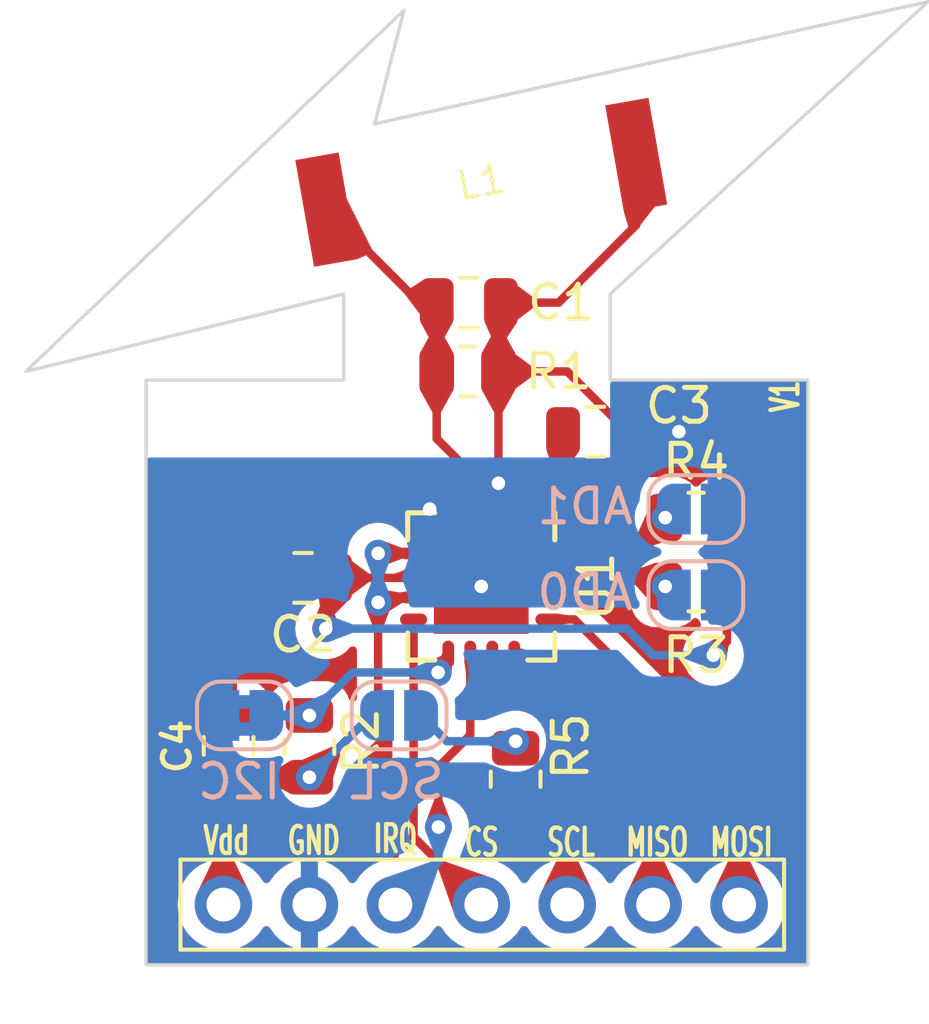
<source format=kicad_pcb>
(kicad_pcb (version 20221018) (generator pcbnew)
  (layers (0 "F.Cu" signal) (31 "B.Cu" signal) (34 "B.Paste" user) (35 "F.Paste" user) (36 "B.SilkS" user "B.Silkscreen") (37 "F.SilkS" user "F.Silkscreen") (38 "B.Mask" user) (39 "F.Mask" user) (44 "Edge.Cuts" user))
  (net 0 "")
  (net 1 "IN+")
  (net 2 "GND")
  (net 3 "VReg")
  (net 4 "ACG")
  (net 5 "Vdd")
  (net 6 "MISO")
  (net 7 "MOSI")
  (net 8 "SCL")
  (net 9 "CS")
  (net 10 "IRQ")
  (net 11 "SI")
  (net 12 "AD0")
  (net 13 "AD1")
  (net 14 "Net-(JP4-B)")
  (footprint "Resistor_SMD:R_0805_2012Metric" (layer "F.Cu") (at 163.322 95.25)
    (fp_text reference "R4" (at 0 -1.65) (layer "F.SilkS"))
    (fp_text value "10k")
    (fp_line (start -0.227064 -0.735) (end 0.227064 -0.735) (stroke (width 0.12)) (layer "F.SilkS"))
    (fp_line (start -0.227064 0.735) (end 0.227064 0.735) (stroke (width 0.12)) (layer "F.SilkS"))
    (pad "1" smd roundrect (at -0.9125 0) (size 1.025 1.4) (layers "F.Cu" "F.Paste" "F.Mask") (roundrect_rratio 0.243902439) (net 13 "AD1"))
    (pad "2" smd roundrect (at 0.9125 0) (size 1.025 1.4) (layers "F.Cu" "F.Paste" "F.Mask") (roundrect_rratio 0.243902439) (net 3 "VReg"))
  )
  (footprint "Resistor_SMD:R_0805_2012Metric" (layer "F.Cu") (at 157.988 102.9735 90)
    (fp_text reference "R5" (at 0.9671 1.6256 90) (layer "F.SilkS"))
    (fp_text value "10k")
    (fp_line (start -0.227064 -0.735) (end 0.227064 -0.735) (stroke (width 0.12)) (layer "F.SilkS"))
    (fp_line (start -0.227064 0.735) (end 0.227064 0.735) (stroke (width 0.12)) (layer "F.SilkS"))
    (pad "1" smd roundrect (at -0.9125 0 90) (size 1.025 1.4) (layers "F.Cu" "F.Paste" "F.Mask") (roundrect_rratio 0.243902439) (net 8 "SCL"))
    (pad "2" smd roundrect (at 0.9125 0 90) (size 1.025 1.4) (layers "F.Cu" "F.Paste" "F.Mask") (roundrect_rratio 0.243902439) (net 14 "Net-(JP4-B)"))
  )
  (footprint "Capacitor_SMD:C_0805_2012Metric" (layer "F.Cu") (at 160.34 92.71)
    (fp_text reference "C3" (at 2.474 -0.762) (layer "F.SilkS"))
    (fp_text value "10uF")
    (fp_line (start -0.261252 -0.735) (end 0.261252 -0.735) (stroke (width 0.12)) (layer "F.SilkS"))
    (fp_line (start -0.261252 0.735) (end 0.261252 0.735) (stroke (width 0.12)) (layer "F.SilkS"))
    (pad "1" smd roundrect (at -0.95 0) (size 1 1.45) (layers "F.Cu" "F.Paste" "F.Mask") (net 4 "ACG"))
    (pad "2" smd roundrect (at 0.95 0) (size 1 1.45) (layers "F.Cu" "F.Paste" "F.Mask") (net 2 "GND"))
  )
  (footprint "Capacitor_SMD:C_0805_2012Metric" (layer "F.Cu") (at 151.704 97.028 180)
    (fp_text reference "C2" (at 0 -1.68) (layer "F.SilkS"))
    (fp_text value "1uF")
    (fp_line (start -0.261252 -0.735) (end 0.261252 -0.735) (stroke (width 0.12)) (layer "F.SilkS"))
    (fp_line (start -0.261252 0.735) (end 0.261252 0.735) (stroke (width 0.12)) (layer "F.SilkS"))
    (pad "1" smd roundrect (at -0.95 0 180) (size 1 1.45) (layers "F.Cu" "F.Paste" "F.Mask") (net 3 "VReg"))
    (pad "2" smd roundrect (at 0.95 0 180) (size 1 1.45) (layers "F.Cu" "F.Paste" "F.Mask") (net 2 "GND"))
  )
  (footprint "Package_DFN_QFN:MLPQ-16-1EP_4x4mm_P0.65mm_EP2.8x2.8mm" (layer "F.Cu") (at 156.972 97.282 -90)
    (fp_text reference "U1" (at 0 -3.4 90) (layer "F.SilkS"))
    (fp_text value "AS3935")
    (fp_line (start -2.175 -2.175) (end -1.375 -2.175) (stroke (width 0.15)) (layer "F.SilkS"))
    (fp_line (start -2.175 2.175) (end -2.175 1.375) (stroke (width 0.15)) (layer "F.SilkS"))
    (fp_line (start -2.175 2.175) (end -1.375 2.175) (stroke (width 0.15)) (layer "F.SilkS"))
    (fp_line (start 2.175 -2.175) (end 1.375 -2.175) (stroke (width 0.15)) (layer "F.SilkS"))
    (fp_line (start 2.175 -2.175) (end 2.175 -1.375) (stroke (width 0.15)) (layer "F.SilkS"))
    (fp_line (start 2.175 2.175) (end 1.375 2.175) (stroke (width 0.15)) (layer "F.SilkS"))
    (fp_line (start 2.175 2.175) (end 2.175 1.375) (stroke (width 0.15)) (layer "F.SilkS"))
    (pad "" smd oval (at 0.325 -2) (size 0.8 0.35) (layers "F.Cu" "F.Paste" "F.Mask"))
    (pad "1" smd oval (at -2 -0.975 270) (size 0.8 0.35) (layers "F.Cu" "F.Paste" "F.Mask") (net 4 "ACG"))
    (pad "2" smd oval (at -2 -0.325 270) (size 0.8 0.35) (layers "F.Cu" "F.Paste" "F.Mask") (net 2 "GND"))
    (pad "3" smd oval (at -2 0.325 270) (size 0.8 0.35) (layers "F.Cu" "F.Paste" "F.Mask") (net 1 "IN+"))
    (pad "4" smd oval (at -2 0.975 270) (size 0.8 0.35) (layers "F.Cu" "F.Paste" "F.Mask") (net 2 "GND"))
    (pad "5" smd oval (at -0.975 2) (size 0.8 0.35) (layers "F.Cu" "F.Paste" "F.Mask") (net 5 "Vdd"))
    (pad "6" smd oval (at -0.325 2) (size 0.8 0.35) (layers "F.Cu" "F.Paste" "F.Mask") (net 3 "VReg"))
    (pad "7" smd oval (at 0.325 2) (size 0.8 0.35) (layers "F.Cu" "F.Paste" "F.Mask") (net 5 "Vdd"))
    (pad "8" smd oval (at 0.975 2) (size 0.8 0.35) (layers "F.Cu" "F.Paste" "F.Mask") (net 9 "CS"))
    (pad "9" smd oval (at 2 0.975 270) (size 0.8 0.35) (layers "F.Cu" "F.Paste" "F.Mask") (net 11 "SI"))
    (pad "10" smd oval (at 2 0.325 270) (size 0.8 0.35) (layers "F.Cu" "F.Paste" "F.Mask") (net 10 "IRQ"))
    (pad "11" smd oval (at 2 -0.325 270) (size 0.8 0.35) (layers "F.Cu" "F.Paste" "F.Mask") (net 8 "SCL"))
    (pad "12" smd oval (at 2 -0.975 270) (size 0.8 0.35) (layers "F.Cu" "F.Paste" "F.Mask") (net 6 "MISO"))
    (pad "13" smd oval (at 0.975 -2) (size 0.8 0.35) (layers "F.Cu" "F.Paste" "F.Mask") (net 7 "MOSI"))
    (pad "15" smd oval (at -0.325 -2) (size 0.8 0.35) (layers "F.Cu" "F.Paste" "F.Mask") (net 12 "AD0"))
    (pad "16" smd oval (at -0.975 -2) (size 0.8 0.35) (layers "F.Cu" "F.Paste" "F.Mask") (net 13 "AD1"))
    (pad "17" smd rect (at 0 0 270) (size 2.8 2.8) (layers "F.Cu" "F.Mask") (net 2 "GND"))
  )
  (footprint "Resistor_SMD:R_0805_2012Metric" (layer "F.Cu") (at 151.892 102.0045 -90)
    (fp_text reference "R2" (at -0.1505 -1.524 90) (layer "F.SilkS"))
    (fp_text value "10k")
    (fp_line (start -0.227064 -0.735) (end 0.227064 -0.735) (stroke (width 0.12)) (layer "F.SilkS"))
    (fp_line (start -0.227064 0.735) (end 0.227064 0.735) (stroke (width 0.12)) (layer "F.SilkS"))
    (pad "1" smd roundrect (at -0.9125 0 270) (size 1.025 1.4) (layers "F.Cu" "F.Paste" "F.Mask") (roundrect_rratio 0.243902439) (net 11 "SI"))
    (pad "2" smd roundrect (at 0.9125 0 270) (size 1.025 1.4) (layers "F.Cu" "F.Paste" "F.Mask") (roundrect_rratio 0.243902439) (net 5 "Vdd"))
  )
  (footprint "Capacitor_SMD:C_0805_2012Metric" (layer "F.Cu") (at 149.5044 101.9912 90)
    (fp_text reference "C4" (at -0.0152 -1.524 90) (layer "F.SilkS") (effects (font (size 0.8 0.8))))
    (fp_text value "1uF")
    (fp_line (start -0.261252 -0.735) (end 0.261252 -0.735) (stroke (width 0.12)) (layer "F.SilkS"))
    (fp_line (start -0.261252 0.735) (end 0.261252 0.735) (stroke (width 0.12)) (layer "F.SilkS"))
    (pad "1" smd roundrect (at -0.95 0 90) (size 1 1.45) (layers "F.Cu" "F.Paste" "F.Mask") (net 5 "Vdd"))
    (pad "2" smd roundrect (at 0.95 0 90) (size 1 1.45) (layers "F.Cu" "F.Paste" "F.Mask") (net 2 "GND"))
  )
  (footprint "Resistor_SMD:R_0805_2012Metric" (layer "F.Cu") (at 156.5675 90.932)
    (fp_text reference "R1" (at 2.6905 0) (layer "F.SilkS"))
    (fp_text value "10k")
    (fp_line (start -0.227064 -0.735) (end 0.227064 -0.735) (stroke (width 0.12)) (layer "F.SilkS"))
    (fp_line (start -0.227064 0.735) (end 0.227064 0.735) (stroke (width 0.12)) (layer "F.SilkS"))
    (pad "1" smd roundrect (at -0.9125 0) (size 1.025 1.4) (layers "F.Cu" "F.Paste" "F.Mask") (roundrect_rratio 0.243902439) (net 1 "IN+"))
    (pad "2" smd roundrect (at 0.9125 0) (size 1.025 1.4) (layers "F.Cu" "F.Paste" "F.Mask") (roundrect_rratio 0.243902439) (net 2 "GND"))
  )
  (footprint "MA5532:MA5532-AE" (layer "F.Cu") (at 156.972 85.344 10)
    (property "VALUE" "100uH")
    (fp_text reference "L1" (at 0 0 10) (layer "F.SilkS") (effects (font (size 0.8 0.8) (thickness 0.1))))
    (fp_text value "MA5532-AE")
    (pad "1" smd rect (at -4.65 0 190) (size 1.3 3.2004) (layers "F.Cu" "F.Paste" "F.Mask") (net 1 "IN+"))
    (pad "2" smd rect (at 4.65 0 190) (size 1.3 3.2004) (layers "F.Cu" "F.Paste" "F.Mask") (net 2 "GND"))
  )
  (footprint "Connector_PinHeader_2.54mm:PinHeader_1x07_P2.54mm_Vertical" (layer "F.Cu") (at 149.352 106.68 90)
    (fp_text reference "J1" hide)
    (fp_text value "Headers")
    (fp_line (start -1.33 -1.27) (end -1.33 16.57) (stroke (width 0.12)) (layer "F.SilkS"))
    (fp_line (start -1.33 -1.27) (end 1.33 -1.27) (stroke (width 0.12)) (layer "F.SilkS"))
    (fp_line (start -1.33 16.57) (end 1.33 16.57) (stroke (width 0.12)) (layer "F.SilkS"))
    (fp_line (start 1.33 -1.27) (end 1.33 16.57) (stroke (width 0.12)) (layer "F.SilkS"))
    (pad "1" thru_hole oval (at 0 0 90) (size 1.7 1.7) (drill 1) (layers "*.Cu" "*.Mask") (net 5 "Vdd"))
    (pad "2" thru_hole oval (at 0 2.54 90) (size 1.7 1.7) (drill 1) (layers "*.Cu" "*.Mask") (net 2 "GND"))
    (pad "3" thru_hole oval (at 0 5.08 90) (size 1.7 1.7) (drill 1) (layers "*.Cu" "*.Mask") (net 10 "IRQ"))
    (pad "4" thru_hole oval (at 0 7.62 90) (size 1.7 1.7) (drill 1) (layers "*.Cu" "*.Mask") (net 9 "CS"))
    (pad "5" thru_hole oval (at 0 10.16 90) (size 1.7 1.7) (drill 1) (layers "*.Cu" "*.Mask") (net 8 "SCL"))
    (pad "6" thru_hole oval (at 0 12.7 90) (size 1.7 1.7) (drill 1) (layers "*.Cu" "*.Mask") (net 6 "MISO"))
    (pad "7" thru_hole oval (at 0 15.24 90) (size 1.7 1.7) (drill 1) (layers "*.Cu" "*.Mask") (net 7 "MOSI"))
  )
  (footprint "Resistor_SMD:R_0805_2012Metric" (layer "F.Cu") (at 163.322 97.282)
    (fp_text reference "R3" (at 0 2.032) (layer "F.SilkS"))
    (fp_text value "10k")
    (fp_line (start -0.227064 -0.735) (end 0.227064 -0.735) (stroke (width 0.12)) (layer "F.SilkS"))
    (fp_line (start -0.227064 0.735) (end 0.227064 0.735) (stroke (width 0.12)) (layer "F.SilkS"))
    (pad "1" smd roundrect (at -0.9125 0) (size 1.025 1.4) (layers "F.Cu" "F.Paste" "F.Mask") (roundrect_rratio 0.243902439) (net 12 "AD0"))
    (pad "2" smd roundrect (at 0.9125 0) (size 1.025 1.4) (layers "F.Cu" "F.Paste" "F.Mask") (roundrect_rratio 0.243902439) (net 3 "VReg"))
  )
  (footprint "Capacitor_SMD:C_0805_2012Metric" (layer "F.Cu") (at 156.605 88.9)
    (fp_text reference "C1" (at 2.728 0) (layer "F.SilkS"))
    (fp_text value "1nF")
    (fp_line (start -0.261252 -0.735) (end 0.261252 -0.735) (stroke (width 0.12)) (layer "F.SilkS"))
    (fp_line (start -0.261252 0.735) (end 0.261252 0.735) (stroke (width 0.12)) (layer "F.SilkS"))
    (pad "1" smd roundrect (at -0.95 0) (size 1 1.45) (layers "F.Cu" "F.Paste" "F.Mask") (net 1 "IN+"))
    (pad "2" smd roundrect (at 0.95 0) (size 1 1.45) (layers "F.Cu" "F.Paste" "F.Mask") (net 2 "GND"))
  )
  (footprint "Jumper:SolderJumper-2_P1.3mm_Bridged2Bar_RoundedPad1.0x1.5mm" (layer "B.Cu") (at 149.972 101.092)
    (fp_text reference "JP1" hide)
    (fp_text value "SI Bridge")
    (fp_poly (pts (xy -0.25 -0.2) (xy 0.25 -0.2) (xy 0.25 -0.6) (xy -0.25 -0.6)) (fill solid) (layer "B.Cu"))
    (fp_poly (pts (xy -0.25 0.6) (xy 0.25 0.6) (xy 0.25 0.2) (xy -0.25 0.2)) (fill solid) (layer "B.Cu"))
    (fp_line (start -1.4 -0.3) (end -1.4 0.3) (stroke (width 0.12)) (layer "B.SilkS"))
    (fp_line (start -0.7 1) (end 0.7 1) (stroke (width 0.12)) (layer "B.SilkS"))
    (fp_line (start 0.7 -1) (end -0.7 -1) (stroke (width 0.12)) (layer "B.SilkS"))
    (fp_line (start 1.4 0.3) (end 1.4 -0.3) (stroke (width 0.12)) (layer "B.SilkS"))
    (fp_arc (start -1.4 -0.3) (mid -1.194975 -0.794975) (end -0.7 -1) (stroke (width 0.12)) (layer "B.SilkS"))
    (fp_arc (start -0.7 1) (mid -1.194975 0.794975) (end -1.4 0.3) (stroke (width 0.12)) (layer "B.SilkS"))
    (fp_arc (start 0.7 -1) (mid 1.194975 -0.794975) (end 1.4 -0.3) (stroke (width 0.12)) (layer "B.SilkS"))
    (fp_arc (start 1.4 0.3) (mid 1.194975 0.794975) (end 0.7 1) (stroke (width 0.12)) (layer "B.SilkS"))
    (pad "1" smd custom (at -0.65 0) (size 1 0.5) (layers "B.Cu" "B.Mask") (net 2 "GND") (options (clearance outline) (anchor rect)) (primitives (gr_circle (center 0 -0.25) (end 0.5 -0.25) (width 0) (fill yes)) (gr_circle (center 0 0.25) (end 0.5 0.25) (width 0) (fill yes)) (gr_poly (pts (xy 0.5 -0.75) (xy 0 -0.75) (xy 0 0.75) (xy 0.5 0.75)) (width 0) (fill yes))))
    (pad "2" smd custom (at 0.65 0) (size 1 0.5) (layers "B.Cu" "B.Mask") (net 11 "SI") (options (clearance outline) (anchor rect)) (primitives (gr_circle (center 0 -0.25) (end 0.5 -0.25) (width 0) (fill yes)) (gr_circle (center 0 0.25) (end 0.5 0.25) (width 0) (fill yes)) (gr_poly (pts (xy 0 -0.75) (xy -0.5 -0.75) (xy -0.5 0.75) (xy 0 0.75)) (width 0) (fill yes))))
  )
  (footprint "Jumper:SolderJumper-2_P1.3mm_Open_RoundedPad1.0x1.5mm" (layer "B.Cu") (at 163.3135 97.536)
    (fp_text reference "JP2" hide)
    (fp_text value "AD0 Bridge")
    (fp_line (start -1.4 -0.3) (end -1.4 0.3) (stroke (width 0.12)) (layer "B.SilkS"))
    (fp_line (start -0.7 1) (end 0.7 1) (stroke (width 0.12)) (layer "B.SilkS"))
    (fp_line (start 0.7 -1) (end -0.7 -1) (stroke (width 0.12)) (layer "B.SilkS"))
    (fp_line (start 1.4 0.3) (end 1.4 -0.3) (stroke (width 0.12)) (layer "B.SilkS"))
    (fp_arc (start -1.4 -0.3) (mid -1.194975 -0.794975) (end -0.7 -1) (stroke (width 0.12)) (layer "B.SilkS"))
    (fp_arc (start -0.7 1) (mid -1.194975 0.794975) (end -1.4 0.3) (stroke (width 0.12)) (layer "B.SilkS"))
    (fp_arc (start 0.7 -1) (mid 1.194975 -0.794975) (end 1.4 -0.3) (stroke (width 0.12)) (layer "B.SilkS"))
    (fp_arc (start 1.4 0.3) (mid 1.194975 0.794975) (end 0.7 1) (stroke (width 0.12)) (layer "B.SilkS"))
    (pad "1" smd custom (at -0.65 0) (size 1 0.5) (layers "B.Cu" "B.Mask") (net 12 "AD0") (options (clearance outline) (anchor rect)) (primitives (gr_circle (center 0 -0.25) (end 0.5 -0.25) (width 0) (fill yes)) (gr_circle (center 0 0.25) (end 0.5 0.25) (width 0) (fill yes)) (gr_poly (pts (xy 0.5 -0.75) (xy 0 -0.75) (xy 0 0.75) (xy 0.5 0.75)) (width 0) (fill yes))))
    (pad "2" smd custom (at 0.65 0) (size 1 0.5) (layers "B.Cu" "B.Mask") (net 2 "GND") (options (clearance outline) (anchor rect)) (primitives (gr_circle (center 0 -0.25) (end 0.5 -0.25) (width 0) (fill yes)) (gr_circle (center 0 0.25) (end 0.5 0.25) (width 0) (fill yes)) (gr_poly (pts (xy 0 -0.75) (xy -0.5 -0.75) (xy -0.5 0.75) (xy 0 0.75)) (width 0) (fill yes))))
  )
  (footprint "Jumper:SolderJumper-2_P1.3mm_Open_RoundedPad1.0x1.5mm" (layer "B.Cu") (at 154.544 101.092)
    (fp_text reference "JP4" hide)
    (fp_text value "SCL Bridge")
    (fp_line (start -1.4 -0.3) (end -1.4 0.3) (stroke (width 0.12)) (layer "B.SilkS"))
    (fp_line (start -0.7 1) (end 0.7 1) (stroke (width 0.12)) (layer "B.SilkS"))
    (fp_line (start 0.7 -1) (end -0.7 -1) (stroke (width 0.12)) (layer "B.SilkS"))
    (fp_line (start 1.4 0.3) (end 1.4 -0.3) (stroke (width 0.12)) (layer "B.SilkS"))
    (fp_arc (start -1.4 -0.3) (mid -1.194975 -0.794975) (end -0.7 -1) (stroke (width 0.12)) (layer "B.SilkS"))
    (fp_arc (start -0.7 1) (mid -1.194975 0.794975) (end -1.4 0.3) (stroke (width 0.12)) (layer "B.SilkS"))
    (fp_arc (start 0.7 -1) (mid 1.194975 -0.794975) (end 1.4 -0.3) (stroke (width 0.12)) (layer "B.SilkS"))
    (fp_arc (start 1.4 0.3) (mid 1.194975 0.794975) (end 0.7 1) (stroke (width 0.12)) (layer "B.SilkS"))
    (pad "1" smd custom (at -0.65 0) (size 1 0.5) (layers "B.Cu" "B.Mask") (net 5 "Vdd") (options (clearance outline) (anchor rect)) (primitives (gr_circle (center 0 -0.25) (end 0.5 -0.25) (width 0) (fill yes)) (gr_circle (center 0 0.25) (end 0.5 0.25) (width 0) (fill yes)) (gr_poly (pts (xy 0.5 -0.75) (xy 0 -0.75) (xy 0 0.75) (xy 0.5 0.75)) (width 0) (fill yes))))
    (pad "2" smd custom (at 0.65 0) (size 1 0.5) (layers "B.Cu" "B.Mask") (net 14 "Net-(JP4-B)") (options (clearance outline) (anchor rect)) (primitives (gr_circle (center 0 -0.25) (end 0.5 -0.25) (width 0) (fill yes)) (gr_circle (center 0 0.25) (end 0.5 0.25) (width 0) (fill yes)) (gr_poly (pts (xy 0 -0.75) (xy -0.5 -0.75) (xy -0.5 0.75) (xy 0 0.75)) (width 0) (fill yes))))
  )
  (footprint "Jumper:SolderJumper-2_P1.3mm_Open_RoundedPad1.0x1.5mm" (layer "B.Cu") (at 163.3135 94.996)
    (fp_text reference "JP3" hide)
    (fp_text value "AD1 Bridge")
    (fp_line (start -1.4 -0.3) (end -1.4 0.3) (stroke (width 0.12)) (layer "B.SilkS"))
    (fp_line (start -0.7 1) (end 0.7 1) (stroke (width 0.12)) (layer "B.SilkS"))
    (fp_line (start 0.7 -1) (end -0.7 -1) (stroke (width 0.12)) (layer "B.SilkS"))
    (fp_line (start 1.4 0.3) (end 1.4 -0.3) (stroke (width 0.12)) (layer "B.SilkS"))
    (fp_arc (start -1.4 -0.3) (mid -1.194975 -0.794975) (end -0.7 -1) (stroke (width 0.12)) (layer "B.SilkS"))
    (fp_arc (start -0.7 1) (mid -1.194975 0.794975) (end -1.4 0.3) (stroke (width 0.12)) (layer "B.SilkS"))
    (fp_arc (start 0.7 -1) (mid 1.194975 -0.794975) (end 1.4 -0.3) (stroke (width 0.12)) (layer "B.SilkS"))
    (fp_arc (start 1.4 0.3) (mid 1.194975 0.794975) (end 0.7 1) (stroke (width 0.12)) (layer "B.SilkS"))
    (pad "1" smd custom (at -0.65 0) (size 1 0.5) (layers "B.Cu" "B.Mask") (net 13 "AD1") (options (clearance outline) (anchor rect)) (primitives (gr_circle (center 0 -0.25) (end 0.5 -0.25) (width 0) (fill yes)) (gr_circle (center 0 0.25) (end 0.5 0.25) (width 0) (fill yes)) (gr_poly (pts (xy 0.5 -0.75) (xy 0 -0.75) (xy 0 0.75) (xy 0.5 0.75)) (width 0) (fill yes))))
    (pad "2" smd custom (at 0.65 0) (size 1 0.5) (layers "B.Cu" "B.Mask") (net 2 "GND") (options (clearance outline) (anchor rect)) (primitives (gr_circle (center 0 -0.25) (end 0.5 -0.25) (width 0) (fill yes)) (gr_circle (center 0 0.25) (end 0.5 0.25) (width 0) (fill yes)) (gr_poly (pts (xy 0 -0.75) (xy -0.5 -0.75) (xy -0.5 0.75) (xy 0 0.75)) (width 0) (fill yes))))
  )
  (gr_line (start 154.686 80.264) (end 153.8224 83.6168) (stroke (width 0.1)) (layer "Edge.Cuts"))
  (gr_line (start 147.066 91.186) (end 147.066 108.458) (stroke (width 0.1)) (layer "Edge.Cuts"))
  (gr_line (start 152.908 91.186) (end 152.908 88.646) (stroke (width 0.1)) (layer "Edge.Cuts"))
  (gr_line (start 152.908 91.186) (end 147.066 91.186) (stroke (width 0.1)) (layer "Edge.Cuts"))
  (gr_line (start 160.782 91.186) (end 160.782 88.646) (stroke (width 0.1)) (layer "Edge.Cuts"))
  (gr_line (start 147.066 108.458) (end 166.624 108.458) (stroke (width 0.1)) (layer "Edge.Cuts"))
  (gr_line (start 153.8224 83.6168) (end 170.18 80.01) (stroke (width 0.1)) (layer "Edge.Cuts"))
  (gr_line (start 143.51 90.932) (end 154.686 80.264) (stroke (width 0.1)) (layer "Edge.Cuts"))
  (gr_line (start 152.908 88.646) (end 143.51 90.932) (stroke (width 0.1)) (layer "Edge.Cuts"))
  (gr_line (start 166.624 108.458) (end 166.624 91.186) (stroke (width 0.1)) (layer "Edge.Cuts"))
  (gr_line (start 166.624 91.186) (end 160.782 91.186) (stroke (width 0.1)) (layer "Edge.Cuts"))
  (gr_line (start 170.18 80.01) (end 160.782 88.646) (stroke (width 0.1)) (layer "Edge.Cuts"))
  (gr_text "SCL" (at 155.956 103.632) (layer "B.SilkS") (effects (font (size 1 1)) (justify left bottom mirror)))
  (gr_text "AD0" (at 161.544 98.044) (layer "B.SilkS") (effects (font (size 1 1)) (justify left bottom mirror)))
  (gr_text "I2C" (at 151.13 103.632) (layer "B.SilkS") (effects (font (size 1 1)) (justify left bottom mirror)))
  (gr_text "AD1" (at 161.544 95.504) (layer "B.SilkS") (effects (font (size 1 1)) (justify left bottom mirror)))
  (gr_text "CS" (at 156.4132 105.3084) (layer "F.SilkS") (effects (font (size 0.8 0.5) (thickness 0.125)) (justify left bottom)))
  (gr_text "MISO" (at 161.1884 105.3084) (layer "F.SilkS") (effects (font (size 0.8 0.5) (thickness 0.125)) (justify left bottom)))
  (gr_text "SCL" (at 158.8516 105.3084) (layer "F.SilkS") (effects (font (size 0.8 0.5) (thickness 0.125)) (justify left bottom)))
  (gr_text "GND" (at 151.1808 105.2576) (layer "F.SilkS") (effects (font (size 0.8 0.5) (thickness 0.125)) (justify left bottom)))
  (gr_text "IRQ" (at 153.7208 105.2068) (layer "F.SilkS") (effects (font (size 0.8 0.5) (thickness 0.125)) (justify left bottom)))
  (gr_text "MOSI" (at 163.6776 105.3084) (layer "F.SilkS") (effects (font (size 0.8 0.5) (thickness 0.125)) (justify left bottom)))
  (gr_text "Vdd" (at 148.6916 105.2576) (layer "F.SilkS") (effects (font (size 0.8 0.5) (thickness 0.125)) (justify left bottom)))
  (gr_text "V1" (at 166.4208 92.202 90) (layer "F.SilkS") (effects (font (size 0.8 0.5) (thickness 0.125)) (justify left bottom)))
  (segment (start 152.392644 86.151464) (end 155.14118 88.9) (width 0.25) (layer "F.Cu") (net 1))
  (segment (start 155.655 92.917) (end 156.647 93.909) (width 0.25) (layer "F.Cu") (net 1))
  (segment (start 155.655 90.932) (end 155.655 92.917) (width 0.25) (layer "F.Cu") (net 1))
  (segment (start 155.655 90.932) (end 155.655 88.9) (width 0.25) (layer "F.Cu") (net 1))
  (segment (start 155.14118 88.9) (end 155.655 88.9) (width 0.25) (layer "F.Cu") (net 1))
  (segment (start 156.647 93.909) (end 156.647 95.282) (width 0.25) (layer "F.Cu") (net 1))
  (segment (start 159.258 88.9) (end 157.555 88.9) (width 0.25) (layer "F.Cu") (net 2))
  (segment (start 157.48 90.932) (end 159.512 90.932) (width 0.25) (layer "F.Cu") (net 2))
  (segment (start 157.48 90.932) (end 157.48 88.975) (width 0.25) (layer "F.Cu") (net 2))
  (segment (start 157.297 94.417) (end 157.48 94.234) (width 0.25) (layer "F.Cu") (net 2))
  (segment (start 155.734 95.282) (end 155.448 94.996) (width 0.25) (layer "F.Cu") (net 2))
  (segment (start 161.551356 86.606644) (end 159.258 88.9) (width 0.25) (layer "F.Cu") (net 2))
  (segment (start 157.297 95.282) (end 157.297 94.417) (width 0.25) (layer "F.Cu") (net 2))
  (segment (start 157.48 88.975) (end 157.555 88.9) (width 0.25) (layer "F.Cu") (net 2))
  (segment (start 159.512 90.932) (end 161.29 92.71) (width 0.25) (layer "F.Cu") (net 2))
  (segment (start 157.48 94.234) (end 157.48 90.932) (width 0.25) (layer "F.Cu") (net 2))
  (segment (start 161.551356 84.536536) (end 161.551356 86.606644) (width 0.25) (layer "F.Cu") (net 2))
  (segment (start 155.997 95.282) (end 155.734 95.282) (width 0.25) (layer "F.Cu") (net 2))
  (segment (start 161.29 92.71) (end 162.814 92.71) (width 0.25) (layer "F.Cu") (net 2))
  (via (at 157.48 94.234) (size 0.8) (drill 0.4) (layers "F.Cu" "B.Cu") (net 2))
  (via (at 162.814 92.71) (size 0.8) (drill 0.4) (layers "F.Cu" "B.Cu") (net 2))
  (via (at 155.448 94.996) (size 0.8) (drill 0.4) (layers "F.Cu" "B.Cu") (net 2))
  (via (at 156.972 97.282) (size 0.8) (drill 0.4) (layers "F.Cu" "B.Cu") (net 2))
  (segment (start 162.814 92.71) (end 163.322 92.71) (width 0.25) (layer "B.Cu") (net 2))
  (segment (start 157.48 94.234) (end 157.734 94.488) (width 0.25) (layer "B.Cu") (net 2))
  (segment (start 164.2345 97.282) (end 164.2345 98.9095) (width 0.25) (layer "F.Cu") (net 3))
  (segment (start 164.2345 95.25) (end 164.2345 97.282) (width 0.25) (layer "F.Cu") (net 3))
  (segment (start 152.376201 98.528201) (end 152.376201 97.305799) (width 0.25) (layer "F.Cu") (net 3))
  (segment (start 152.654 97.028) (end 154.901 97.028) (width 0.25) (layer "F.Cu") (net 3))
  (segment (start 164.2345 98.9095) (end 163.83 99.314) (width 0.25) (layer "F.Cu") (net 3))
  (segment (start 154.901 97.028) (end 154.972 96.957) (width 0.25) (layer "F.Cu") (net 3))
  (segment (start 152.376201 97.305799) (end 152.654 97.028) (width 0.25) (layer "F.Cu") (net 3))
  (via (at 152.376201 98.528201) (size 0.8) (drill 0.4) (layers "F.Cu" "B.Cu") (net 3))
  (via (at 163.83 99.314) (size 0.8) (drill 0.4) (layers "F.Cu" "B.Cu") (net 3))
  (segment (start 162.052 99.314) (end 163.83 99.314) (width 0.25) (layer "B.Cu") (net 3))
  (segment (start 161.266201 98.528201) (end 162.052 99.314) (width 0.25) (layer "B.Cu") (net 3))
  (segment (start 152.376201 98.528201) (end 161.266201 98.528201) (width 0.25) (layer "B.Cu") (net 3))
  (segment (start 158.21 95.282) (end 159.258 94.234) (width 0.25) (layer "F.Cu") (net 4))
  (segment (start 159.258 92.842) (end 159.39 92.71) (width 0.25) (layer "F.Cu") (net 4))
  (segment (start 159.258 94.234) (end 159.258 92.842) (width 0.25) (layer "F.Cu") (net 4))
  (segment (start 157.947 95.282) (end 158.21 95.282) (width 0.25) (layer "F.Cu") (net 4))
  (segment (start 153.924 97.79) (end 153.924 97.7525) (width 0.25) (layer "F.Cu") (net 5))
  (segment (start 153.924 96.3035) (end 154.9685 96.3035) (width 0.25) (layer "F.Cu") (net 5))
  (segment (start 151.892 102.917) (end 153.924 100.885) (width 0.25) (layer "F.Cu") (net 5))
  (segment (start 154.0315 97.8975) (end 154.322 97.607) (width 0.25) (layer "F.Cu") (net 5))
  (segment (start 154.322 97.607) (end 154.972 97.607) (width 0.25) (layer "F.Cu") (net 5))
  (segment (start 149.352 103.0936) (end 149.5044 102.9412) (width 0.25) (layer "F.Cu") (net 5))
  (segment (start 153.924 100.885) (end 153.924 97.7525) (width 0.25) (layer "F.Cu") (net 5))
  (segment (start 154.0315 97.8975) (end 153.924 97.79) (width 0.25) (layer "F.Cu") (net 5))
  (segment (start 151.8678 102.9412) (end 151.892 102.917) (width 0.25) (layer "F.Cu") (net 5))
  (segment (start 149.352 106.68) (end 149.352 103.0936) (width 0.25) (layer "F.Cu") (net 5))
  (segment (start 154.9685 96.3035) (end 154.972 96.307) (width 0.25) (layer "F.Cu") (net 5))
  (segment (start 149.5044 102.9412) (end 151.8678 102.9412) (width 0.25) (layer "F.Cu") (net 5))
  (via (at 151.892 102.917) (size 0.8) (drill 0.4) (layers "F.Cu" "B.Cu") (net 5))
  (via (at 153.924 97.7525) (size 0.8) (drill 0.4) (layers "F.Cu" "B.Cu") (net 5))
  (via (at 153.924 96.3035) (size 0.8) (drill 0.4) (layers "F.Cu" "B.Cu") (net 5))
  (segment (start 153.924 97.7525) (end 153.924 96.3035) (width 0.25) (layer "B.Cu") (net 5))
  (segment (start 153.717 101.092) (end 151.892 102.917) (width 0.25) (layer "B.Cu") (net 5))
  (segment (start 153.894 101.092) (end 153.717 101.092) (width 0.25) (layer "B.Cu") (net 5))
  (segment (start 162.052 101.6) (end 162.052 106.68) (width 0.25) (layer "F.Cu") (net 6))
  (segment (start 157.947 99.282) (end 159.734 99.282) (width 0.25) (layer "F.Cu") (net 6))
  (segment (start 159.734 99.282) (end 162.052 101.6) (width 0.25) (layer "F.Cu") (net 6))
  (segment (start 159.725 98.257) (end 164.592 103.124) (width 0.25) (layer "F.Cu") (net 7))
  (segment (start 164.592 103.124) (end 164.592 106.68) (width 0.25) (layer "F.Cu") (net 7))
  (segment (start 158.972 98.257) (end 159.725 98.257) (width 0.25) (layer "F.Cu") (net 7))
  (segment (start 158.242 100.076) (end 159.512 101.346) (width 0.25) (layer "F.Cu") (net 8))
  (segment (start 157.297 99.282) (end 157.297 99.932) (width 0.25) (layer "F.Cu") (net 8))
  (segment (start 159.004 103.886) (end 159.512 104.394) (width 0.25) (layer "F.Cu") (net 8))
  (segment (start 157.441 100.076) (end 158.242 100.076) (width 0.25) (layer "F.Cu") (net 8))
  (segment (start 159.512 104.394) (end 159.512 106.68) (width 0.25) (layer "F.Cu") (net 8))
  (segment (start 157.988 103.886) (end 159.004 103.886) (width 0.25) (layer "F.Cu") (net 8))
  (segment (start 157.297 99.932) (end 157.441 100.076) (width 0.25) (layer "F.Cu") (net 8))
  (segment (start 159.512 101.346) (end 159.512 104.394) (width 0.25) (layer "F.Cu") (net 8))
  (segment (start 154.972 104.68) (end 156.972 106.68) (width 0.25) (layer "F.Cu") (net 9))
  (segment (start 154.972 98.257) (end 154.972 104.68) (width 0.25) (layer "F.Cu") (net 9))
  (segment (start 156.647 101.671) (end 155.702 102.616) (width 0.25) (layer "F.Cu") (net 10))
  (segment (start 155.702 104.385402) (end 155.706299 104.389701) (width 0.25) (layer "F.Cu") (net 10))
  (segment (start 155.702 102.616) (end 155.702 104.385402) (width 0.25) (layer "F.Cu") (net 10))
  (segment (start 156.647 99.282) (end 156.647 101.671) (width 0.25) (layer "F.Cu") (net 10))
  (via (at 155.706299 104.389701) (size 0.8) (drill 0.4) (layers "F.Cu" "B.Cu") (net 10))
  (segment (start 155.706299 105.405701) (end 154.432 106.68) (width 0.25) (layer "B.Cu") (net 10))
  (segment (start 155.706299 104.389701) (end 155.706299 105.405701) (width 0.25) (layer "B.Cu") (net 10))
  (segment (start 155.997 99.282) (end 155.997 99.5215) (width 0.25) (layer "F.Cu") (net 11))
  (segment (start 155.997 99.5215) (end 155.6965 99.822) (width 0.25) (layer "F.Cu") (net 11))
  (via (at 151.892 101.092) (size 0.8) (drill 0.4) (layers "F.Cu" "B.Cu") (net 11))
  (via (at 155.6965 99.822) (size 0.8) (drill 0.4) (layers "F.Cu" "B.Cu") (net 11))
  (segment (start 155.6965 99.822) (end 153.162 99.822) (width 0.25) (layer "B.Cu") (net 11))
  (segment (start 150.622 101.092) (end 151.892 101.092) (width 0.25) (layer "B.Cu") (net 11))
  (segment (start 153.162 99.822) (end 151.892 101.092) (width 0.25) (layer "B.Cu") (net 11))
  (segment (start 162.0845 96.957) (end 162.4095 97.282) (width 0.25) (layer "F.Cu") (net 12))
  (segment (start 158.972 96.957) (end 162.0845 96.957) (width 0.25) (layer "F.Cu") (net 12))
  (via (at 162.4095 97.282) (size 0.8) (drill 0.4) (layers "F.Cu" "B.Cu") (net 12))
  (segment (start 158.972 96.307) (end 161.3525 96.307) (width 0.25) (layer "F.Cu") (net 13))
  (segment (start 161.3525 96.307) (end 162.4095 95.25) (width 0.25) (layer "F.Cu") (net 13))
  (via (at 162.4095 95.25) (size 0.8) (drill 0.4) (layers "F.Cu" "B.Cu") (net 13))
  (segment (start 157.988 102.061) (end 157.988 101.854) (width 0.25) (layer "F.Cu") (net 14))
  (via (at 157.988 101.854) (size 0.8) (drill 0.4) (layers "F.Cu" "B.Cu") (net 14))
  (segment (start 155.956 101.854) (end 155.194 101.092) (width 0.25) (layer "B.Cu") (net 14))
  (segment (start 157.988 101.854) (end 155.956 101.854) (width 0.25) (layer "B.Cu") (net 14))
  (zone (net 2) (net_name "GND") (layer "F.Cu") (connect_pads (clearance 0.5)) (min_thickness 0.25) (fill yes (thermal_gap 0.5) (thermal_bridge_width 0.5))
    (polygon (pts (xy 142.748 93.472) (xy 160.782 93.472) (xy 160.782 90.678) (xy 169.926 90.678) (xy 169.926 110.236) (xy 142.748 110.236)))
  )
  (zone (net 2) (net_name "GND") (layer "B.Cu") (priority 1) (connect_pads (clearance 0.5)) (min_thickness 0.25) (fill yes (thermal_gap 0.5) (thermal_bridge_width 0.5))
    (polygon (pts (xy 142.748 93.472) (xy 160.782 93.472) (xy 160.782 90.678) (xy 169.926 90.678) (xy 169.926 110.236) (xy 142.748 110.236)))
  )
)
</source>
